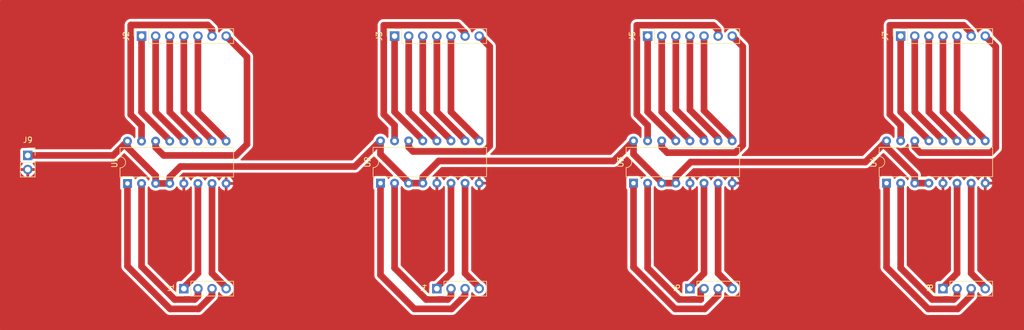
<source format=kicad_pcb>
(kicad_pcb (version 20240108) (generator "pcbnew") (generator_version "8.0")
  (layers (0 "F.Cu" signal) (31 "B.Cu" signal) (34 "B.Paste" user) (35 "F.Paste" user) (36 "B.SilkS" user "B.Silkscreen") (37 "F.SilkS" user "F.Silkscreen") (38 "B.Mask" user) (39 "F.Mask" user) (44 "Edge.Cuts" user))
  (net 0 "")
  (net 1 "Net-(J2-Pin_5)")
  (net 2 "Net-(J1-Pin_3)")
  (net 3 "Net-(J1-Pin_1)")
  (net 4 "Net-(J1-Pin_4)")
  (net 5 "Net-(J2-Pin_6)")
  (net 6 "Net-(J2-Pin_7)")
  (net 7 "Net-(J3-Pin_6)")
  (net 8 "Net-(J1-Pin_2)")
  (net 9 "Net-(J2-Pin_1)")
  (net 10 "Net-(J2-Pin_3)")
  (net 11 "Net-(J2-Pin_4)")
  (net 12 "Net-(J2-Pin_2)")
  (net 13 "VCC")
  (net 14 "Net-(J3-Pin_2)")
  (net 15 "Net-(J3-Pin_3)")
  (net 16 "Net-(J3-Pin_7)")
  (net 17 "Net-(J3-Pin_5)")
  (net 18 "Net-(J3-Pin_4)")
  (net 19 "Net-(J3-Pin_1)")
  (net 20 "Net-(J4-Pin_1)")
  (net 21 "Net-(J4-Pin_3)")
  (net 22 "Net-(J4-Pin_2)")
  (net 23 "Net-(J4-Pin_4)")
  (net 24 "Net-(J5-Pin_3)")
  (net 25 "Net-(J5-Pin_6)")
  (net 26 "Net-(J5-Pin_7)")
  (net 27 "Net-(J5-Pin_1)")
  (net 28 "Net-(J5-Pin_2)")
  (net 29 "Net-(J5-Pin_4)")
  (net 30 "Net-(J5-Pin_5)")
  (net 31 "Net-(J6-Pin_3)")
  (net 32 "Net-(J6-Pin_1)")
  (net 33 "Net-(J6-Pin_4)")
  (net 34 "Net-(J6-Pin_2)")
  (net 35 "Net-(J7-Pin_6)")
  (net 36 "Net-(J7-Pin_1)")
  (net 37 "Net-(J7-Pin_4)")
  (net 38 "Net-(J7-Pin_2)")
  (net 39 "Net-(J7-Pin_7)")
  (net 40 "Net-(J7-Pin_3)")
  (net 41 "Net-(J7-Pin_5)")
  (net 42 "Net-(J8-Pin_1)")
  (net 43 "Net-(J8-Pin_4)")
  (net 44 "Net-(J8-Pin_2)")
  (net 45 "Net-(J8-Pin_3)")
  (net 46 "GND")
  (footprint "Connector_PinHeader_2.54mm:PinHeader_1x04_P2.54mm_Vertical" (layer "F.Cu") (at 183.293332 90.5 90)
    (property "Reference" "J6" (at 0 -2.33 90) (layer "F.SilkS"))
    (property "Value" "Conn_01x04")
    (fp_line (start -1.33 -1.33) (end 0 -1.33) (stroke (width 0.12)) (layer "F.SilkS"))
    (fp_line (start -1.33 0) (end -1.33 -1.33) (stroke (width 0.12)) (layer "F.SilkS"))
    (fp_line (start 1.33 1.27) (end 1.33 8.95) (stroke (width 0.12)) (layer "F.SilkS"))
    (fp_line (start -1.33 1.27) (end 1.33 1.27) (stroke (width 0.12)) (layer "F.SilkS"))
    (fp_line (start -1.33 1.27) (end -1.33 8.95) (stroke (width 0.12)) (layer "F.SilkS"))
    (fp_line (start -1.33 8.95) (end 1.33 8.95) (stroke (width 0.12)) (layer "F.SilkS"))
    (pad "1" thru_hole rect (at 0 0 90) (size 1.7 1.7) (drill 1) (layers "*.Cu" "*.Mask") (net 32 "Net-(J6-Pin_1)"))
    (pad "2" thru_hole oval (at 0 2.54 90) (size 1.7 1.7) (drill 1) (layers "*.Cu" "*.Mask") (net 34 "Net-(J6-Pin_2)"))
    (pad "3" thru_hole oval (at 0 5.08 90) (size 1.7 1.7) (drill 1) (layers "*.Cu" "*.Mask") (net 31 "Net-(J6-Pin_3)"))
    (pad "4" thru_hole oval (at 0 7.62 90) (size 1.7 1.7) (drill 1) (layers "*.Cu" "*.Mask") (net 33 "Net-(J6-Pin_4)"))
  )
  (footprint "Connector_PinSocket_2.54mm:PinSocket_1x07_P2.54mm_Vertical" (layer "F.Cu") (at 84.5 45 90)
    (property "Reference" "J2" (at 0 -2.77 90) (layer "F.SilkS"))
    (property "Value" "Conn_01x07")
    (fp_line (start 1.33 -1.33) (end 1.33 0) (stroke (width 0.12)) (layer "F.SilkS"))
    (fp_line (start 0 -1.33) (end 1.33 -1.33) (stroke (width 0.12)) (layer "F.SilkS"))
    (fp_line (start 1.33 1.27) (end 1.33 16.57) (stroke (width 0.12)) (layer "F.SilkS"))
    (fp_line (start -1.33 1.27) (end 1.33 1.27) (stroke (width 0.12)) (layer "F.SilkS"))
    (fp_line (start -1.33 1.27) (end -1.33 16.57) (stroke (width 0.12)) (layer "F.SilkS"))
    (fp_line (start -1.33 16.57) (end 1.33 16.57) (stroke (width 0.12)) (layer "F.SilkS"))
    (pad "1" thru_hole rect (at 0 0 90) (size 1.7 1.7) (drill 1) (layers "*.Cu" "*.Mask") (net 9 "Net-(J2-Pin_1)"))
    (pad "2" thru_hole oval (at 0 2.54 90) (size 1.7 1.7) (drill 1) (layers "*.Cu" "*.Mask") (net 12 "Net-(J2-Pin_2)"))
    (pad "3" thru_hole oval (at 0 5.08 90) (size 1.7 1.7) (drill 1) (layers "*.Cu" "*.Mask") (net 10 "Net-(J2-Pin_3)"))
    (pad "4" thru_hole oval (at 0 7.62 90) (size 1.7 1.7) (drill 1) (layers "*.Cu" "*.Mask") (net 11 "Net-(J2-Pin_4)"))
    (pad "5" thru_hole oval (at 0 10.16 90) (size 1.7 1.7) (drill 1) (layers "*.Cu" "*.Mask") (net 1 "Net-(J2-Pin_5)"))
    (pad "6" thru_hole oval (at 0 12.7 90) (size 1.7 1.7) (drill 1) (layers "*.Cu" "*.Mask") (net 5 "Net-(J2-Pin_6)"))
    (pad "7" thru_hole oval (at 0 15.24 90) (size 1.7 1.7) (drill 1) (layers "*.Cu" "*.Mask") (net 6 "Net-(J2-Pin_7)"))
  )
  (footprint "Package_DIP:DIP-16_W7.62mm" (layer "F.Cu") (at 218.72 71.5 90)
    (property "Reference" "U4" (at 3.81 -2.33 90) (layer "F.SilkS"))
    (property "Value" "4511")
    (fp_line (start 6.46 -1.33) (end 4.81 -1.33) (stroke (width 0.12)) (layer "F.SilkS"))
    (fp_line (start 2.81 -1.33) (end 1.16 -1.33) (stroke (width 0.12)) (layer "F.SilkS"))
    (fp_line (start 1.16 -1.33) (end 1.16 19.11) (stroke (width 0.12)) (layer "F.SilkS"))
    (fp_line (start 6.46 19.11) (end 6.46 -1.33) (stroke (width 0.12)) (layer "F.SilkS"))
    (fp_line (start 1.16 19.11) (end 6.46 19.11) (stroke (width 0.12)) (layer "F.SilkS"))
    (fp_arc (start 4.81 -1.33) (mid 3.81 -0.33) (end 2.81 -1.33) (stroke (width 0.12)) (layer "F.SilkS"))
    (pad "1" thru_hole rect (at 0 0 90) (size 1.6 1.6) (drill 0.8) (layers "*.Cu" "*.Mask") (net 45 "Net-(J8-Pin_3)"))
    (pad "2" thru_hole oval (at 0 2.54 90) (size 1.6 1.6) (drill 0.8) (layers "*.Cu" "*.Mask") (net 44 "Net-(J8-Pin_2)"))
    (pad "3" thru_hole oval (at 0 5.08 90) (size 1.6 1.6) (drill 0.8) (layers "*.Cu" "*.Mask") (net 13 "VCC"))
    (pad "4" thru_hole oval (at 0 7.62 90) (size 1.6 1.6) (drill 0.8) (layers "*.Cu" "*.Mask") (net 13 "VCC"))
    (pad "5" thru_hole oval (at 0 10.16 90) (size 1.6 1.6) (drill 0.8) (layers "*.Cu" "*.Mask") (net 46 "GND"))
    (pad "6" thru_hole oval (at 0 12.7 90) (size 1.6 1.6) (drill 0.8) (layers "*.Cu" "*.Mask") (net 42 "Net-(J8-Pin_1)"))
    (pad "7" thru_hole oval (at 0 15.24 90) (size 1.6 1.6) (drill 0.8) (layers "*.Cu" "*.Mask") (net 43 "Net-(J8-Pin_4)"))
    (pad "8" thru_hole oval (at 0 17.78 90) (size 1.6 1.6) (drill 0.8) (layers "*.Cu" "*.Mask") (net 46 "GND"))
    (pad "9" thru_hole oval (at 7.62 17.78 90) (size 1.6 1.6) (drill 0.8) (layers "*.Cu" "*.Mask") (net 41 "Net-(J7-Pin_5)"))
    (pad "10" thru_hole oval (at 7.62 15.24 90) (size 1.6 1.6) (drill 0.8) (layers "*.Cu" "*.Mask") (net 37 "Net-(J7-Pin_4)"))
    (pad "11" thru_hole oval (at 7.62 12.7 90) (size 1.6 1.6) (drill 0.8) (layers "*.Cu" "*.Mask") (net 40 "Net-(J7-Pin_3)"))
    (pad "12" thru_hole oval (at 7.62 10.16 90) (size 1.6 1.6) (drill 0.8) (layers "*.Cu" "*.Mask") (net 38 "Net-(J7-Pin_2)"))
    (pad "13" thru_hole oval (at 7.62 7.62 90) (size 1.6 1.6) (drill 0.8) (layers "*.Cu" "*.Mask") (net 36 "Net-(J7-Pin_1)"))
    (pad "14" thru_hole oval (at 7.62 5.08 90) (size 1.6 1.6) (drill 0.8) (layers "*.Cu" "*.Mask") (net 39 "Net-(J7-Pin_7)"))
    (pad "15" thru_hole oval (at 7.62 2.54 90) (size 1.6 1.6) (drill 0.8) (layers "*.Cu" "*.Mask") (net 35 "Net-(J7-Pin_6)"))
    (pad "16" thru_hole oval (at 7.62 0 90) (size 1.6 1.6) (drill 0.8) (layers "*.Cu" "*.Mask") (net 13 "VCC"))
  )
  (footprint "Connector_PinHeader_2.54mm:PinHeader_1x04_P2.54mm_Vertical" (layer "F.Cu") (at 228.88 90.5 90)
    (property "Reference" "J8" (at 0 -2.33 90) (layer "F.SilkS"))
    (property "Value" "Conn_01x04")
    (fp_line (start -1.33 -1.33) (end 0 -1.33) (stroke (width 0.12)) (layer "F.SilkS"))
    (fp_line (start -1.33 0) (end -1.33 -1.33) (stroke (width 0.12)) (layer "F.SilkS"))
    (fp_line (start 1.33 1.27) (end 1.33 8.95) (stroke (width 0.12)) (layer "F.SilkS"))
    (fp_line (start -1.33 1.27) (end 1.33 1.27) (stroke (width 0.12)) (layer "F.SilkS"))
    (fp_line (start -1.33 1.27) (end -1.33 8.95) (stroke (width 0.12)) (layer "F.SilkS"))
    (fp_line (start -1.33 8.95) (end 1.33 8.95) (stroke (width 0.12)) (layer "F.SilkS"))
    (pad "1" thru_hole rect (at 0 0 90) (size 1.7 1.7) (drill 1) (layers "*.Cu" "*.Mask") (net 42 "Net-(J8-Pin_1)"))
    (pad "2" thru_hole oval (at 0 2.54 90) (size 1.7 1.7) (drill 1) (layers "*.Cu" "*.Mask") (net 44 "Net-(J8-Pin_2)"))
    (pad "3" thru_hole oval (at 0 5.08 90) (size 1.7 1.7) (drill 1) (layers "*.Cu" "*.Mask") (net 45 "Net-(J8-Pin_3)"))
    (pad "4" thru_hole oval (at 0 7.62 90) (size 1.7 1.7) (drill 1) (layers "*.Cu" "*.Mask") (net 43 "Net-(J8-Pin_4)"))
  )
  (footprint "Connector_PinHeader_2.54mm:PinHeader_1x04_P2.54mm_Vertical" (layer "F.Cu") (at 92.12 90.5 90)
    (property "Reference" "J1" (at 0 -2.33 90) (layer "F.SilkS"))
    (property "Value" "Conn_01x04")
    (fp_line (start -1.33 -1.33) (end 0 -1.33) (stroke (width 0.12)) (layer "F.SilkS"))
    (fp_line (start -1.33 0) (end -1.33 -1.33) (stroke (width 0.12)) (layer "F.SilkS"))
    (fp_line (start 1.33 1.27) (end 1.33 8.95) (stroke (width 0.12)) (layer "F.SilkS"))
    (fp_line (start -1.33 1.27) (end 1.33 1.27) (stroke (width 0.12)) (layer "F.SilkS"))
    (fp_line (start -1.33 1.27) (end -1.33 8.95) (stroke (width 0.12)) (layer "F.SilkS"))
    (fp_line (start -1.33 8.95) (end 1.33 8.95) (stroke (width 0.12)) (layer "F.SilkS"))
    (pad "1" thru_hole rect (at 0 0 90) (size 1.7 1.7) (drill 1) (layers "*.Cu" "*.Mask") (net 3 "Net-(J1-Pin_1)"))
    (pad "2" thru_hole oval (at 0 2.54 90) (size 1.7 1.7) (drill 1) (layers "*.Cu" "*.Mask") (net 8 "Net-(J1-Pin_2)"))
    (pad "3" thru_hole oval (at 0 5.08 90) (size 1.7 1.7) (drill 1) (layers "*.Cu" "*.Mask") (net 2 "Net-(J1-Pin_3)"))
    (pad "4" thru_hole oval (at 0 7.62 90) (size 1.7 1.7) (drill 1) (layers "*.Cu" "*.Mask") (net 4 "Net-(J1-Pin_4)"))
  )
  (footprint "Package_DIP:DIP-16_W7.62mm" (layer "F.Cu") (at 81.96 71.55 90)
    (property "Reference" "U1" (at 3.81 -2.33 90) (layer "F.SilkS"))
    (property "Value" "4511")
    (fp_line (start 6.46 -1.33) (end 4.81 -1.33) (stroke (width 0.12)) (layer "F.SilkS"))
    (fp_line (start 2.81 -1.33) (end 1.16 -1.33) (stroke (width 0.12)) (layer "F.SilkS"))
    (fp_line (start 1.16 -1.33) (end 1.16 19.11) (stroke (width 0.12)) (layer "F.SilkS"))
    (fp_line (start 6.46 19.11) (end 6.46 -1.33) (stroke (width 0.12)) (layer "F.SilkS"))
    (fp_line (start 1.16 19.11) (end 6.46 19.11) (stroke (width 0.12)) (layer "F.SilkS"))
    (fp_arc (start 4.81 -1.33) (mid 3.81 -0.33) (end 2.81 -1.33) (stroke (width 0.12)) (layer "F.SilkS"))
    (pad "1" thru_hole rect (at 0 0 90) (size 1.6 1.6) (drill 0.8) (layers "*.Cu" "*.Mask") (net 2 "Net-(J1-Pin_3)"))
    (pad "2" thru_hole oval (at 0 2.54 90) (size 1.6 1.6) (drill 0.8) (layers "*.Cu" "*.Mask") (net 8 "Net-(J1-Pin_2)"))
    (pad "3" thru_hole oval (at 0 5.08 90) (size 1.6 1.6) (drill 0.8) (layers "*.Cu" "*.Mask") (net 13 "VCC"))
    (pad "4" thru_hole oval (at 0 7.62 90) (size 1.6 1.6) (drill 0.8) (layers "*.Cu" "*.Mask") (net 13 "VCC"))
    (pad "5" thru_hole oval (at 0 10.16 90) (size 1.6 1.6) (drill 0.8) (layers "*.Cu" "*.Mask") (net 46 "GND"))
    (pad "6" thru_hole oval (at 0 12.7 90) (size 1.6 1.6) (drill 0.8) (layers "*.Cu" "*.Mask") (net 3 "Net-(J1-Pin_1)"))
    (pad "7" thru_hole oval (at 0 15.24 90) (size 1.6 1.6) (drill 0.8) (layers "*.Cu" "*.Mask") (net 4 "Net-(J1-Pin_4)"))
    (pad "8" thru_hole oval (at 0 17.78 90) (size 1.6 1.6) (drill 0.8) (layers "*.Cu" "*.Mask") (net 46 "GND"))
    (pad "9" thru_hole oval (at 7.62 17.78 90) (size 1.6 1.6) (drill 0.8) (layers "*.Cu" "*.Mask") (net 1 "Net-(J2-Pin_5)"))
    (pad "10" thru_hole oval (at 7.62 15.24 90) (size 1.6 1.6) (drill 0.8) (layers "*.Cu" "*.Mask") (net 11 "Net-(J2-Pin_4)"))
    (pad "11" thru_hole oval (at 7.62 12.7 90) (size 1.6 1.6) (drill 0.8) (layers "*.Cu" "*.Mask") (net 10 "Net-(J2-Pin_3)"))
    (pad "12" thru_hole oval (at 7.62 10.16 90) (size 1.6 1.6) (drill 0.8) (layers "*.Cu" "*.Mask") (net 12 "Net-(J2-Pin_2)"))
    (pad "13" thru_hole oval (at 7.62 7.62 90) (size 1.6 1.6) (drill 0.8) (layers "*.Cu" "*.Mask") (net 9 "Net-(J2-Pin_1)"))
    (pad "14" thru_hole oval (at 7.62 5.08 90) (size 1.6 1.6) (drill 0.8) (layers "*.Cu" "*.Mask") (net 6 "Net-(J2-Pin_7)"))
    (pad "15" thru_hole oval (at 7.62 2.54 90) (size 1.6 1.6) (drill 0.8) (layers "*.Cu" "*.Mask") (net 5 "Net-(J2-Pin_6)"))
    (pad "16" thru_hole oval (at 7.62 0 90) (size 1.6 1.6) (drill 0.8) (layers "*.Cu" "*.Mask") (net 13 "VCC"))
  )
  (footprint "Connector_PinHeader_2.54mm:PinHeader_1x04_P2.54mm_Vertical" (layer "F.Cu") (at 137.706666 90.5 90)
    (property "Reference" "J4" (at 0 -2.33 90) (layer "F.SilkS"))
    (property "Value" "Conn_01x04")
    (fp_line (start -1.33 -1.33) (end 0 -1.33) (stroke (width 0.12)) (layer "F.SilkS"))
    (fp_line (start -1.33 0) (end -1.33 -1.33) (stroke (width 0.12)) (layer "F.SilkS"))
    (fp_line (start 1.33 1.27) (end 1.33 8.95) (stroke (width 0.12)) (layer "F.SilkS"))
    (fp_line (start -1.33 1.27) (end 1.33 1.27) (stroke (width 0.12)) (layer "F.SilkS"))
    (fp_line (start -1.33 1.27) (end -1.33 8.95) (stroke (width 0.12)) (layer "F.SilkS"))
    (fp_line (start -1.33 8.95) (end 1.33 8.95) (stroke (width 0.12)) (layer "F.SilkS"))
    (pad "1" thru_hole rect (at 0 0 90) (size 1.7 1.7) (drill 1) (layers "*.Cu" "*.Mask") (net 20 "Net-(J4-Pin_1)"))
    (pad "2" thru_hole oval (at 0 2.54 90) (size 1.7 1.7) (drill 1) (layers "*.Cu" "*.Mask") (net 22 "Net-(J4-Pin_2)"))
    (pad "3" thru_hole oval (at 0 5.08 90) (size 1.7 1.7) (drill 1) (layers "*.Cu" "*.Mask") (net 21 "Net-(J4-Pin_3)"))
    (pad "4" thru_hole oval (at 0 7.62 90) (size 1.7 1.7) (drill 1) (layers "*.Cu" "*.Mask") (net 23 "Net-(J4-Pin_4)"))
  )
  (footprint "Connector_PinSocket_2.54mm:PinSocket_1x02_P2.54mm_Vertical" (layer "F.Cu") (at 64 66.499999)
    (property "Reference" "J9" (at 0 -2.77 0) (layer "F.SilkS"))
    (property "Value" "Conn_01x02")
    (fp_line (start -1.33 1.27) (end -1.33 3.87) (stroke (width 0.12)) (layer "F.SilkS"))
    (fp_line (start -1.33 1.27) (end 1.33 1.27) (stroke (width 0.12)) (layer "F.SilkS"))
    (fp_line (start -1.33 3.87) (end 1.33 3.87) (stroke (width 0.12)) (layer "F.SilkS"))
    (fp_line (start 0 -1.33) (end 1.33 -1.33) (stroke (width 0.12)) (layer "F.SilkS"))
    (fp_line (start 1.33 -1.33) (end 1.33 0) (stroke (width 0.12)) (layer "F.SilkS"))
    (fp_line (start 1.33 1.27) (end 1.33 3.87) (stroke (width 0.12)) (layer "F.SilkS"))
    (pad "1" thru_hole rect (at 0 0) (size 1.7 1.7) (drill 1) (layers "*.Cu" "*.Mask") (net 13 "VCC"))
    (pad "2" thru_hole oval (at 0 2.54) (size 1.7 1.7) (drill 1) (layers "*.Cu" "*.Mask") (net 46 "GND"))
  )
  (footprint "Package_DIP:DIP-16_W7.62mm" (layer "F.Cu") (at 173.133332 71.5 90)
    (property "Reference" "U3" (at 3.81 -2.33 90) (layer "F.SilkS"))
    (property "Value" "4511")
    (fp_line (start 6.46 -1.33) (end 4.81 -1.33) (stroke (width 0.12)) (layer "F.SilkS"))
    (fp_line (start 2.81 -1.33) (end 1.16 -1.33) (stroke (width 0.12)) (layer "F.SilkS"))
    (fp_line (start 1.16 -1.33) (end 1.16 19.11) (stroke (width 0.12)) (layer "F.SilkS"))
    (fp_line (start 6.46 19.11) (end 6.46 -1.33) (stroke (width 0.12)) (layer "F.SilkS"))
    (fp_line (start 1.16 19.11) (end 6.46 19.11) (stroke (width 0.12)) (layer "F.SilkS"))
    (fp_arc (start 4.81 -1.33) (mid 3.81 -0.33) (end 2.81 -1.33) (stroke (width 0.12)) (layer "F.SilkS"))
    (pad "1" thru_hole rect (at 0 0 90) (size 1.6 1.6) (drill 0.8) (layers "*.Cu" "*.Mask") (net 31 "Net-(J6-Pin_3)"))
    (pad "2" thru_hole oval (at 0 2.54 90) (size 1.6 1.6) (drill 0.8) (layers "*.Cu" "*.Mask") (net 34 "Net-(J6-Pin_2)"))
    (pad "3" thru_hole oval (at 0 5.08 90) (size 1.6 1.6) (drill 0.8) (layers "*.Cu" "*.Mask") (net 13 "VCC"))
    (pad "4" thru_hole oval (at 0 7.62 90) (size 1.6 1.6) (drill 0.8) (layers "*.Cu" "*.Mask") (net 13 "VCC"))
    (pad "5" thru_hole oval (at 0 10.16 90) (size 1.6 1.6) (drill 0.8) (layers "*.Cu" "*.Mask") (net 46 "GND"))
    (pad "6" thru_hole oval (at 0 12.7 90) (size 1.6 1.6) (drill 0.8) (layers "*.Cu" "*.Mask") (net 32 "Net-(J6-Pin_1)"))
    (pad "7" thru_hole oval (at 0 15.24 90) (size 1.6 1.6) (drill 0.8) (layers "*.Cu" "*.Mask") (net 33 "Net-(J6-Pin_4)"))
    (pad "8" thru_hole oval (at 0 17.78 90) (size 1.6 1.6) (drill 0.8) (layers "*.Cu" "*.Mask") (net 46 "GND"))
    (pad "9" thru_hole oval (at 7.62 17.78 90) (size 1.6 1.6) (drill 0.8) (layers "*.Cu" "*.Mask") (net 30 "Net-(J5-Pin_5)"))
    (pad "10" thru_hole oval (at 7.62 15.24 90) (size 1.6 1.6) (drill 0.8) (layers "*.Cu" "*.Mask") (net 29 "Net-(J5-Pin_4)"))
    (pad "11" thru_hole oval (at 7.62 12.7 90) (size 1.6 1.6) (drill 0.8) (layers "*.Cu" "*.Mask") (net 24 "Net-(J5-Pin_3)"))
    (pad "12" thru_hole oval (at 7.62 10.16 90) (size 1.6 1.6) (drill 0.8) (layers "*.Cu" "*.Mask") (net 28 "Net-(J5-Pin_2)"))
    (pad "13" thru_hole oval (at 7.62 7.62 90) (size 1.6 1.6) (drill 0.8) (layers "*.Cu" "*.Mask") (net 27 "Net-(J5-Pin_1)"))
    (pad "14" thru_hole oval (at 7.62 5.08 90) (size 1.6 1.6) (drill 0.8) (layers "*.Cu" "*.Mask") (net 26 "Net-(J5-Pin_7)"))
    (pad "15" thru_hole oval (at 7.62 2.54 90) (size 1.6 1.6) (drill 0.8) (layers "*.Cu" "*.Mask") (net 25 "Net-(J5-Pin_6)"))
    (pad "16" thru_hole oval (at 7.62 0 90) (size 1.6 1.6) (drill 0.8) (layers "*.Cu" "*.Mask") (net 13 "VCC"))
  )
  (footprint "Package_DIP:DIP-16_W7.62mm" (layer "F.Cu") (at 127.546666 71.5 90)
    (property "Reference" "U2" (at 3.81 -2.33 90) (layer "F.SilkS"))
    (property "Value" "4511")
    (fp_line (start 6.46 -1.33) (end 4.81 -1.33) (stroke (width 0.12)) (layer "F.SilkS"))
    (fp_line (start 2.81 -1.33) (end 1.16 -1.33) (stroke (width 0.12)) (layer "F.SilkS"))
    (fp_line (start 1.16 -1.33) (end 1.16 19.11) (stroke (width 0.12)) (layer "F.SilkS"))
    (fp_line (start 6.46 19.11) (end 6.46 -1.33) (stroke (width 0.12)) (layer "F.SilkS"))
    (fp_line (start 1.16 19.11) (end 6.46 19.11) (stroke (width 0.12)) (layer "F.SilkS"))
    (fp_arc (start 4.81 -1.33) (mid 3.81 -0.33) (end 2.81 -1.33) (stroke (width 0.12)) (layer "F.SilkS"))
    (pad "1" thru_hole rect (at 0 0 90) (size 1.6 1.6) (drill 0.8) (layers "*.Cu" "*.Mask") (net 21 "Net-(J4-Pin_3)"))
    (pad "2" thru_hole oval (at 0 2.54 90) (size 1.6 1.6) (drill 0.8) (layers "*.Cu" "*.Mask") (net 22 "Net-(J4-Pin_2)"))
    (pad "3" thru_hole oval (at 0 5.08 90) (size 1.6 1.6) (drill 0.8) (layers "*.Cu" "*.Mask") (net 13 "VCC"))
    (pad "4" thru_hole oval (at 0 7.62 90) (size 1.6 1.6) (drill 0.8) (layers "*.Cu" "*.Mask") (net 13 "VCC"))
    (pad "5" thru_hole oval (at 0 10.16 90) (size 1.6 1.6) (drill 0.8) (layers "*.Cu" "*.Mask") (net 46 "GND"))
    (pad "6" thru_hole oval (at 0 12.7 90) (size 1.6 1.6) (drill 0.8) (layers "*.Cu" "*.Mask") (net 20 "Net-(J4-Pin_1)"))
    (pad "7" thru_hole oval (at 0 15.24 90) (size 1.6 1.6) (drill 0.8) (layers "*.Cu" "*.Mask") (net 23 "Net-(J4-Pin_4)"))
    (pad "8" thru_hole oval (at 0 17.78 90) (size 1.6 1.6) (drill 0.8) (layers "*.Cu" "*.Mask") (net 46 "GND"))
    (pad "9" thru_hole oval (at 7.62 17.78 90) (size 1.6 1.6) (drill 0.8) (layers "*.Cu" "*.Mask") (net 17 "Net-(J3-Pin_5)"))
    (pad "10" thru_hole oval (at 7.62 15.24 90) (size 1.6 1.6) (drill 0.8) (layers "*.Cu" "*.Mask") (net 18 "Net-(J3-Pin_4)"))
    (pad "11" thru_hole oval (at 7.62 12.7 90) (size 1.6 1.6) (drill 0.8) (layers "*.Cu" "*.Mask") (net 15 "Net-(J3-Pin_3)"))
    (pad "12" thru_hole oval (at 7.62 10.16 90) (size 1.6 1.6) (drill 0.8) (layers "*.Cu" "*.Mask") (net 14 "Net-(J3-Pin_2)"))
    (pad "13" thru_hole oval (at 7.62 7.62 90) (size 1.6 1.6) (drill 0.8) (layers "*.Cu" "*.Mask") (net 19 "Net-(J3-Pin_1)"))
    (pad "14" thru_hole oval (at 7.62 5.08 90) (size 1.6 1.6) (drill 0.8) (layers "*.Cu" "*.Mask") (net 16 "Net-(J3-Pin_7)"))
    (pad "15" thru_hole oval (at 7.62 2.54 90) (size 1.6 1.6) (drill 0.8) (layers "*.Cu" "*.Mask") (net 7 "Net-(J3-Pin_6)"))
    (pad "16" thru_hole oval (at 7.62 0 90) (size 1.6 1.6) (drill 0.8) (layers "*.Cu" "*.Mask") (net 13 "VCC"))
  )
  (footprint "Connector_PinSocket_2.54mm:PinSocket_1x07_P2.54mm_Vertical" (layer "F.Cu") (at 221.26 45 90)
    (property "Reference" "J7" (at 0 -2.77 90) (layer "F.SilkS"))
    (property "Value" "Conn_01x07")
    (fp_line (start 1.33 -1.33) (end 1.33 0) (stroke (width 0.12)) (layer "F.SilkS"))
    (fp_line (start 0 -1.33) (end 1.33 -1.33) (stroke (width 0.12)) (layer "F.SilkS"))
    (fp_line (start 1.33 1.27) (end 1.33 16.57) (stroke (width 0.12)) (layer "F.SilkS"))
    (fp_line (start -1.33 1.27) (end 1.33 1.27) (stroke (width 0.12)) (layer "F.SilkS"))
    (fp_line (start -1.33 1.27) (end -1.33 16.57) (stroke (width 0.12)) (layer "F.SilkS"))
    (fp_line (start -1.33 16.57) (end 1.33 16.57) (stroke (width 0.12)) (layer "F.SilkS"))
    (pad "1" thru_hole rect (at 0 0 90) (size 1.7 1.7) (drill 1) (layers "*.Cu" "*.Mask") (net 36 "Net-(J7-Pin_1)"))
    (pad "2" thru_hole oval (at 0 2.54 90) (size 1.7 1.7) (drill 1) (layers "*.Cu" "*.Mask") (net 38 "Net-(J7-Pin_2)"))
    (pad "3" thru_hole oval (at 0 5.08 90) (size 1.7 1.7) (drill 1) (layers "*.Cu" "*.Mask") (net 40 "Net-(J7-Pin_3)"))
    (pad "4" thru_hole oval (at 0 7.62 90) (size 1.7 1.7) (drill 1) (layers "*.Cu" "*.Mask") (net 37 "Net-(J7-Pin_4)"))
    (pad "5" thru_hole oval (at 0 10.16 90) (size 1.7 1.7) (drill 1) (layers "*.Cu" "*.Mask") (net 41 "Net-(J7-Pin_5)"))
    (pad "6" thru_hole oval (at 0 12.7 90) (size 1.7 1.7) (drill 1) (layers "*.Cu" "*.Mask") (net 35 "Net-(J7-Pin_6)"))
    (pad "7" thru_hole oval (at 0 15.24 90) (size 1.7 1.7) (drill 1) (layers "*.Cu" "*.Mask") (net 39 "Net-(J7-Pin_7)"))
  )
  (footprint "Connector_PinSocket_2.54mm:PinSocket_1x07_P2.54mm_Vertical" (layer "F.Cu") (at 175.673332 45 90)
    (property "Reference" "J5" (at 0 -2.77 90) (layer "F.SilkS"))
    (property "Value" "Conn_01x07")
    (fp_line (start 1.33 -1.33) (end 1.33 0) (stroke (width 0.12)) (layer "F.SilkS"))
    (fp_line (start 0 -1.33) (end 1.33 -1.33) (stroke (width 0.12)) (layer "F.SilkS"))
    (fp_line (start 1.33 1.27) (end 1.33 16.57) (stroke (width 0.12)) (layer "F.SilkS"))
    (fp_line (start -1.33 1.27) (end 1.33 1.27) (stroke (width 0.12)) (layer "F.SilkS"))
    (fp_line (start -1.33 1.27) (end -1.33 16.57) (stroke (width 0.12)) (layer "F.SilkS"))
    (fp_line (start -1.33 16.57) (end 1.33 16.57) (stroke (width 0.12)) (layer "F.SilkS"))
    (pad "1" thru_hole rect (at 0 0 90) (size 1.7 1.7) (drill 1) (layers "*.Cu" "*.Mask") (net 27 "Net-(J5-Pin_1)"))
    (pad "2" thru_hole oval (at 0 2.54 90) (size 1.7 1.7) (drill 1) (layers "*.Cu" "*.Mask") (net 28 "Net-(J5-Pin_2)"))
    (pad "3" thru_hole oval (at 0 5.08 90) (size 1.7 1.7) (drill 1) (layers "*.Cu" "*.Mask") (net 24 "Net-(J5-Pin_3)"))
    (pad "4" thru_hole oval (at 0 7.62 90) (size 1.7 1.7) (drill 1) (layers "*.Cu" "*.Mask") (net 29 "Net-(J5-Pin_4)"))
    (pad "5" thru_hole oval (at 0 10.16 90) (size 1.7 1.7) (drill 1) (layers "*.Cu" "*.Mask") (net 30 "Net-(J5-Pin_5)"))
    (pad "6" thru_hole oval (at 0 12.7 90) (size 1.7 1.7) (drill 1) (layers "*.Cu" "*.Mask") (net 25 "Net-(J5-Pin_6)"))
    (pad "7" thru_hole oval (at 0 15.24 90) (size 1.7 1.7) (drill 1) (layers "*.Cu" "*.Mask") (net 26 "Net-(J5-Pin_7)"))
  )
  (footprint "Connector_PinSocket_2.54mm:PinSocket_1x07_P2.54mm_Vertical" (layer "F.Cu") (at 130.086666 45 90)
    (property "Reference" "J3" (at 0 -2.77 90) (layer "F.SilkS"))
    (property "Value" "Conn_01x07")
    (fp_line (start 1.33 -1.33) (end 1.33 0) (stroke (width 0.12)) (layer "F.SilkS"))
    (fp_line (start 0 -1.33) (end 1.33 -1.33) (stroke (width 0.12)) (layer "F.SilkS"))
    (fp_line (start 1.33 1.27) (end 1.33 16.57) (stroke (width 0.12)) (layer "F.SilkS"))
    (fp_line (start -1.33 1.27) (end 1.33 1.27) (stroke (width 0.12)) (layer "F.SilkS"))
    (fp_line (start -1.33 1.27) (end -1.33 16.57) (stroke (width 0.12)) (layer "F.SilkS"))
    (fp_line (start -1.33 16.57) (end 1.33 16.57) (stroke (width 0.12)) (layer "F.SilkS"))
    (pad "1" thru_hole rect (at 0 0 90) (size 1.7 1.7) (drill 1) (layers "*.Cu" "*.Mask") (net 19 "Net-(J3-Pin_1)"))
    (pad "2" thru_hole oval (at 0 2.54 90) (size 1.7 1.7) (drill 1) (layers "*.Cu" "*.Mask") (net 14 "Net-(J3-Pin_2)"))
    (pad "3" thru_hole oval (at 0 5.08 90) (size 1.7 1.7) (drill 1) (layers "*.Cu" "*.Mask") (net 15 "Net-(J3-Pin_3)"))
    (pad "4" thru_hole oval (at 0 7.62 90) (size 1.7 1.7) (drill 1) (layers "*.Cu" "*.Mask") (net 18 "Net-(J3-Pin_4)"))
    (pad "5" thru_hole oval (at 0 10.16 90) (size 1.7 1.7) (drill 1) (layers "*.Cu" "*.Mask") (net 17 "Net-(J3-Pin_5)"))
    (pad "6" thru_hole oval (at 0 12.7 90) (size 1.7 1.7) (drill 1) (layers "*.Cu" "*.Mask") (net 7 "Net-(J3-Pin_6)"))
    (pad "7" thru_hole oval (at 0 15.24 90) (size 1.7 1.7) (drill 1) (layers "*.Cu" "*.Mask") (net 16 "Net-(J3-Pin_7)"))
  )
  (segment (start 94.66 45) (end 94.66 58.702994) (width 1.2) (layer "F.Cu") (net 1))
  (segment (start 94.66 58.702994) (end 99.74 63.782994) (width 1.2) (layer "F.Cu") (net 1))
  (segment (start 99.74 63.782994) (end 99.74 63.93) (width 1.2) (layer "F.Cu") (net 1))
  (segment (start 94.774164 94.15) (end 89.65 94.15) (width 1.2) (layer "F.Cu") (net 2))
  (segment (start 97.2 91.724164) (end 94.774164 94.15) (width 1.2) (layer "F.Cu") (net 2))
  (segment (start 89.65 94.15) (end 81.96 86.46) (width 1.2) (layer "F.Cu") (net 2))
  (segment (start 81.96 86.46) (end 81.96 71.55) (width 1.2) (layer "F.Cu") (net 2))
  (segment (start 97.2 90.5) (end 97.2 91.724164) (width 1.2) (layer "F.Cu") (net 2))
  (segment (start 92.12 90.282283) (end 92.12 90.5) (width 1.2) (layer "F.Cu") (net 3))
  (segment (start 94.66 71.55) (end 94.66 87.742283) (width 1.2) (layer "F.Cu") (net 3))
  (segment (start 94.66 87.742283) (end 92.12 90.282283) (width 1.2) (layer "F.Cu") (net 3))
  (segment (start 97.2 87.742283) (end 99.74 90.282283) (width 1.2) (layer "F.Cu") (net 4))
  (segment (start 97.2 71.55) (end 97.2 87.742283) (width 1.2) (layer "F.Cu") (net 4))
  (segment (start 99.74 90.282283) (end 99.74 90.5) (width 1.2) (layer "F.Cu") (net 4))
  (segment (start 82.55 43.05) (end 82.6 43) (width 1.2) (layer "F.Cu") (net 5))
  (segment (start 84.5 63.93) (end 84.5 61.107158) (width 1.2) (layer "F.Cu") (net 5))
  (segment (start 84.5 61.107158) (end 82.55 59.157158) (width 1.2) (layer "F.Cu") (net 5))
  (segment (start 82.6 43) (end 96.402081 43) (width 1.2) (layer "F.Cu") (net 5))
  (segment (start 96.402081 43) (end 97.2 43.797919) (width 1.2) (layer "F.Cu") (net 5))
  (segment (start 97.2 43.797919) (end 97.2 45) (width 1.2) (layer "F.Cu") (net 5))
  (segment (start 82.55 59.157158) (end 82.55 43.05) (width 1.2) (layer "F.Cu") (net 5))
  (segment (start 87.04 65.06137) (end 88.47863 66.5) (width 1.2) (layer "F.Cu") (net 6))
  (segment (start 87.04 63.93) (end 87.04 65.06137) (width 1.2) (layer "F.Cu") (net 6))
  (segment (start 103.5 48.76) (end 99.74 45) (width 1.2) (layer "F.Cu") (net 6))
  (segment (start 101.5 66.5) (end 103.5 64.5) (width 1.2) (layer "F.Cu") (net 6))
  (segment (start 88.47863 66.5) (end 101.5 66.5) (width 1.2) (layer "F.Cu") (net 6))
  (segment (start 103.5 64.5) (end 103.5 48.76) (width 1.2) (layer "F.Cu") (net 6))
  (segment (start 141.426666 43.05) (end 142.786666 44.41) (width 1.2) (layer "F.Cu") (net 7))
  (segment (start 142.786666 44.41) (end 142.786666 45) (width 1.2) (layer "F.Cu") (net 7))
  (segment (start 128.136666 59.107158) (end 128.136666 43.05) (width 1.2) (layer "F.Cu") (net 7))
  (segment (start 130.086666 61.057158) (end 128.136666 59.107158) (width 1.2) (layer "F.Cu") (net 7))
  (segment (start 130.086666 63.88) (end 130.086666 61.057158) (width 1.2) (layer "F.Cu") (net 7))
  (segment (start 128.136666 43.05) (end 141.426666 43.05) (width 1.2) (layer "F.Cu") (net 7))
  (segment (start 94.07 92.45) (end 90.45 92.45) (width 1.2) (layer "F.Cu") (net 8))
  (segment (start 90.45 92.45) (end 84.5 86.5) (width 1.2) (layer "F.Cu") (net 8))
  (segment (start 94.66 90.5) (end 94.66 91.86) (width 1.2) (layer "F.Cu") (net 8))
  (segment (start 94.66 91.86) (end 94.07 92.45) (width 1.2) (layer "F.Cu") (net 8))
  (segment (start 84.5 86.5) (end 84.5 71.55) (width 1.2) (layer "F.Cu") (net 8))
  (segment (start 89.58 63.782994) (end 89.58 63.93) (width 1.2) (layer "F.Cu") (net 9))
  (segment (start 84.5 58.702994) (end 89.58 63.782994) (width 1.2) (layer "F.Cu") (net 9))
  (segment (start 84.5 45) (end 84.5 58.702994) (width 1.2) (layer "F.Cu") (net 9))
  (segment (start 89.58 45) (end 89.58 58.702994) (width 1.2) (layer "F.Cu") (net 10))
  (segment (start 94.66 63.782994) (end 94.66 63.93) (width 1.2) (layer "F.Cu") (net 10))
  (segment (start 89.58 58.702994) (end 94.66 63.782994) (width 1.2) (layer "F.Cu") (net 10))
  (segment (start 92.12 58.702994) (end 97.2 63.782994) (width 1.2) (layer "F.Cu") (net 11))
  (segment (start 97.2 63.782994) (end 97.2 63.93) (width 1.2) (layer "F.Cu") (net 11))
  (segment (start 92.12 45) (end 92.12 58.702994) (width 1.2) (layer "F.Cu") (net 11))
  (segment (start 87.04 45) (end 87.04 58.702994) (width 1.2) (layer "F.Cu") (net 12))
  (segment (start 92.12 63.782994) (end 92.12 63.93) (width 1.2) (layer "F.Cu") (net 12))
  (segment (start 87.04 58.702994) (end 92.12 63.782994) (width 1.2) (layer "F.Cu") (net 12))
  (segment (start 64 66.499999) (end 79.390001 66.499999) (width 1.2) (layer "F.Cu") (net 13))
  (segment (start 223.8 70.09137) (end 223.8 71.5) (width 1.2) (layer "F.Cu") (net 13))
  (segment (start 178.213332 71.352994) (end 178.213332 71.5) (width 1.2) (layer "F.Cu") (net 13))
  (segment (start 122.926666 68.5) (end 127.546666 63.88) (width 1.2) (layer "F.Cu") (net 13))
  (segment (start 173.133332 63.88) (end 173.133332 66.272994) (width 1.2) (layer "F.Cu") (net 13))
  (segment (start 180.753332 71.5) (end 180.753332 70.36863) (width 1.2) (layer "F.Cu") (net 13))
  (segment (start 89.58 71.55) (end 89.58 70.41863) (width 1.2) (layer "F.Cu") (net 13))
  (segment (start 81.96 65.06137) (end 87.04 70.14137) (width 1.2) (layer "F.Cu") (net 13))
  (segment (start 132.626666 71.5) (end 135.166666 71.5) (width 1.2) (layer "F.Cu") (net 13))
  (segment (start 183.421962 67.7) (end 214.9 67.7) (width 1.2) (layer "F.Cu") (net 13))
  (segment (start 127.546666 63.88) (end 127.546666 66.272994) (width 1.2) (layer "F.Cu") (net 13))
  (segment (start 173.133332 66.272994) (end 178.213332 71.352994) (width 1.2) (layer "F.Cu") (net 13))
  (segment (start 89.58 70.41863) (end 91.49863 68.5) (width 1.2) (layer "F.Cu") (net 13))
  (segment (start 87.04 70.14137) (end 87.04 71.55) (width 1.2) (layer "F.Cu") (net 13))
  (segment (start 169.513332 67.5) (end 173.133332 63.88) (width 1.2) (layer "F.Cu") (net 13))
  (segment (start 79.390001 66.499999) (end 81.96 63.93) (width 1.2) (layer "F.Cu") (net 13))
  (segment (start 218.72 65.01137) (end 223.8 70.09137) (width 1.2) (layer "F.Cu") (net 13))
  (segment (start 180.753332 70.36863) (end 183.421962 67.7) (width 1.2) (layer "F.Cu") (net 13))
  (segment (start 132.626666 71.352994) (end 132.626666 71.5) (width 1.2) (layer "F.Cu") (net 13))
  (segment (start 87.04 71.55) (end 89.58 71.55) (width 1.2) (layer "F.Cu") (net 13))
  (segment (start 214.9 67.7) (end 218.72 63.88) (width 1.2) (layer "F.Cu") (net 13))
  (segment (start 178.213332 71.5) (end 180.753332 71.5) (width 1.2) (layer "F.Cu") (net 13))
  (segment (start 138.035296 67.5) (end 169.513332 67.5) (width 1.2) (layer "F.Cu") (net 13))
  (segment (start 223.8 71.5) (end 226.34 71.5) (width 1.2) (layer "F.Cu") (net 13))
  (segment (start 91.49863 68.5) (end 122.926666 68.5) (width 1.2) (layer "F.Cu") (net 13))
  (segment (start 127.546666 66.272994) (end 132.626666 71.352994) (width 1.2) (layer "F.Cu") (net 13))
  (segment (start 135.166666 70.36863) (end 138.035296 67.5) (width 1.2) (layer "F.Cu") (net 13))
  (segment (start 81.96 63.93) (end 81.96 65.06137) (width 1.2) (layer "F.Cu") (net 13))
  (segment (start 218.72 63.88) (end 218.72 65.01137) (width 1.2) (layer "F.Cu") (net 13))
  (segment (start 135.166666 71.5) (end 135.166666 70.36863) (width 1.2) (layer "F.Cu") (net 13))
  (segment (start 132.626666 45) (end 132.626666 58.652994) (width 1.2) (layer "F.Cu") (net 14))
  (segment (start 137.706666 63.732994) (end 137.706666 63.88) (width 1.2) (layer "F.Cu") (net 14))
  (segment (start 132.626666 58.652994) (end 137.706666 63.732994) (width 1.2) (layer "F.Cu") (net 14))
  (segment (start 135.166666 45) (end 135.166666 58.652994) (width 1.2) (layer "F.Cu") (net 15))
  (segment (start 135.166666 58.652994) (end 140.246666 63.732994) (width 1.2) (layer "F.Cu") (net 15))
  (segment (start 140.246666 63.732994) (end 140.246666 63.88) (width 1.2) (layer "F.Cu") (net 15))
  (segment (start 146.22 65.78) (end 147.226666 64.773334) (width 1.2) (layer "F.Cu") (net 16))
  (segment (start 132.626666 63.88) (end 132.626666 65.01137) (width 1.2) (layer "F.Cu") (net 16))
  (segment (start 147.226666 46.9) (end 145.326666 45) (width 1.2) (layer "F.Cu") (net 16))
  (segment (start 133.395296 65.78) (end 146.22 65.78) (width 1.2) (layer "F.Cu") (net 16))
  (segment (start 132.626666 65.01137) (end 133.395296 65.78) (width 1.2) (layer "F.Cu") (net 16))
  (segment (start 147.226666 64.773334) (end 147.226666 46.9) (width 1.2) (layer "F.Cu") (net 16))
  (segment (start 140.246666 58.652994) (end 145.326666 63.732994) (width 1.2) (layer "F.Cu") (net 17))
  (segment (start 145.326666 63.732994) (end 145.326666 63.88) (width 1.2) (layer "F.Cu") (net 17))
  (segment (start 140.246666 45) (end 140.246666 58.652994) (width 1.2) (layer "F.Cu") (net 17))
  (segment (start 137.706666 58.652994) (end 142.786666 63.732994) (width 1.2) (layer "F.Cu") (net 18))
  (segment (start 142.786666 63.732994) (end 142.786666 63.88) (width 1.2) (layer "F.Cu") (net 18))
  (segment (start 137.706666 45) (end 137.706666 58.652994) (width 1.2) (layer "F.Cu") (net 18))
  (segment (start 135.166666 63.732994) (end 135.166666 63.88) (width 1.2) (layer "F.Cu") (net 19))
  (segment (start 130.086666 58.652994) (end 135.166666 63.732994) (width 1.2) (layer "F.Cu") (net 19))
  (segment (start 130.086666 45) (end 130.086666 58.652994) (width 1.2) (layer "F.Cu") (net 19))
  (segment (start 140.246666 87.742283) (end 137.706666 90.282283) (width 1.2) (layer "F.Cu") (net 20))
  (segment (start 140.246666 71.5) (end 140.246666 87.742283) (width 1.2) (layer "F.Cu") (net 20))
  (segment (start 137.706666 90.282283) (end 137.706666 90.5) (width 1.2) (layer "F.Cu") (net 20))
  (segment (start 142.786666 91.724164) (end 140.36083 94.15) (width 1.2) (layer "F.Cu") (net 21))
  (segment (start 127.546666 88.046666) (end 127.546666 71.5) (width 1.2) (layer "F.Cu") (net 21))
  (segment (start 140.36083 94.15) (end 133.65 94.15) (width 1.2) (layer "F.Cu") (net 21))
  (segment (start 142.786666 90.5) (end 142.786666 91.724164) (width 1.2) (layer "F.Cu") (net 21))
  (segment (start 133.65 94.15) (end 127.546666 88.046666) (width 1.2) (layer "F.Cu") (net 21))
  (segment (start 130.086666 86.78) (end 130.086666 71.5) (width 1.2) (layer "F.Cu") (net 22))
  (segment (start 140.246666 91.86) (end 139.656666 92.45) (width 1.2) (layer "F.Cu") (net 22))
  (segment (start 140.246666 90.5) (end 140.246666 91.86) (width 1.2) (layer "F.Cu") (net 22))
  (segment (start 139.656666 92.45) (end 135.756666 92.45) (width 1.2) (layer "F.Cu") (net 22))
  (segment (start 135.756666 92.45) (end 130.086666 86.78) (width 1.2) (layer "F.Cu") (net 22))
  (segment (start 145.326666 90.282283) (end 145.326666 90.5) (width 1.2) (layer "F.Cu") (net 23))
  (segment (start 142.786666 71.5) (end 142.786666 87.742283) (width 1.2) (layer "F.Cu") (net 23))
  (segment (start 142.786666 87.742283) (end 145.326666 90.282283) (width 1.2) (layer "F.Cu") (net 23))
  (segment (start 185.833332 63.333332) (end 185.833332 63.88) (width 1.2) (layer "F.Cu") (net 24))
  (segment (start 180.753332 58.253332) (end 185.833332 63.333332) (width 1.2) (layer "F.Cu") (net 24))
  (segment (start 180.753332 45) (end 180.753332 58.253332) (width 1.2) (layer "F.Cu") (net 24))
  (segment (start 175.673332 63.88) (end 175.673332 61.057158) (width 1.2) (layer "F.Cu") (net 25))
  (segment (start 173.723332 43.05) (end 187.513332 43.05) (width 1.2) (layer "F.Cu") (net 25))
  (segment (start 187.513332 43.05) (end 188.373332 43.91) (width 1.2) (layer "F.Cu") (net 25))
  (segment (start 175.673332 61.057158) (end 173.723332 59.107158) (width 1.2) (layer "F.Cu") (net 25))
  (segment (start 188.373332 43.91) (end 188.373332 45) (width 1.2) (layer "F.Cu") (net 25))
  (segment (start 173.723332 59.107158) (end 173.723332 43.05) (width 1.2) (layer "F.Cu") (net 25))
  (segment (start 179.201962 66) (end 191.480338 66) (width 1.2) (layer "F.Cu") (net 26))
  (segment (start 178.213332 65.01137) (end 179.201962 66) (width 1.2) (layer "F.Cu") (net 26))
  (segment (start 192.813332 46.9) (end 190.913332 45) (width 1.2) (layer "F.Cu") (net 26))
  (segment (start 178.213332 63.88) (end 178.213332 65.01137) (width 1.2) (layer "F.Cu") (net 26))
  (segment (start 192.813332 64.667006) (end 192.813332 46.9) (width 1.2) (layer "F.Cu") (net 26))
  (segment (start 191.480338 66) (end 192.813332 64.667006) (width 1.2) (layer "F.Cu") (net 26))
  (segment (start 175.673332 45) (end 175.673332 58.652994) (width 1.2) (layer "F.Cu") (net 27))
  (segment (start 180.753332 63.732994) (end 180.753332 63.88) (width 1.2) (layer "F.Cu") (net 27))
  (segment (start 175.673332 58.652994) (end 180.753332 63.732994) (width 1.2) (layer "F.Cu") (net 27))
  (segment (start 178.213332 58.652994) (end 183.293332 63.732994) (width 1.2) (layer "F.Cu") (net 28))
  (segment (start 183.293332 63.732994) (end 183.293332 63.88) (width 1.2) (layer "F.Cu") (net 28))
  (segment (start 178.213332 45) (end 178.213332 58.652994) (width 1.2) (layer "F.Cu") (net 28))
  (segment (start 188.373332 63.373332) (end 188.373332 63.88) (width 1.2) (layer "F.Cu") (net 29))
  (segment (start 183.293332 45) (end 183.293332 58.293332) (width 1.2) (layer "F.Cu") (net 29))
  (segment (start 183.293332 58.293332) (end 188.373332 63.373332) (width 1.2) (layer "F.Cu") (net 29))
  (segment (start 185.833332 45) (end 185.833332 58.429168) (width 1.2) (layer "F.Cu") (net 30))
  (segment (start 190.913332 63.509168) (end 190.913332 63.88) (width 1.2) (layer "F.Cu") (net 30))
  (segment (start 185.833332 58.429168) (end 190.913332 63.509168) (width 1.2) (layer "F.Cu") (net 30))
  (segment (start 188.373332 90.5) (end 188.373332 91.724164) (width 1.2) (layer "F.Cu") (net 31))
  (segment (start 185.947496 94.15) (end 180.639168 94.15) (width 1.2) (layer "F.Cu") (net 31))
  (segment (start 180.639168 94.15) (end 173.133332 86.644164) (width 1.2) (layer "F.Cu") (net 31))
  (segment (start 188.373332 91.724164) (end 185.947496 94.15) (width 1.2) (layer "F.Cu") (net 31))
  (segment (start 173.133332 86.644164) (end 173.133332 71.5) (width 1.2) (layer "F.Cu") (net 31))
  (segment (start 185.833332 87.742283) (end 183.293332 90.282283) (width 1.2) (layer "F.Cu") (net 32))
  (segment (start 183.293332 90.282283) (end 183.293332 90.5) (width 1.2) (layer "F.Cu") (net 32))
  (segment (start 185.833332 71.5) (end 185.833332 87.742283) (width 1.2) (layer "F.Cu") (net 32))
  (segment (start 188.373332 87.742283) (end 190.913332 90.282283) (width 1.2) (layer "F.Cu") (net 33))
  (segment (start 188.373332 71.5) (end 188.373332 87.742283) (width 1.2) (layer "F.Cu") (net 33))
  (segment (start 190.913332 90.282283) (end 190.913332 90.5) (width 1.2) (layer "F.Cu") (net 33))
  (segment (start 175.673332 86.78) (end 175.673332 71.5) (width 1.2) (layer "F.Cu") (net 34))
  (segment (start 185.5 90.5) (end 185.25 90.75) (width 1.2) (layer "F.Cu") (net 34))
  (segment (start 185.833332 90.5) (end 185.5 90.5) (width 1.2) (layer "F.Cu") (net 34))
  (segment (start 185.243332 92.45) (end 181.343332 92.45) (width 1.2) (layer "F.Cu") (net 34))
  (segment (start 185.25 90.75) (end 185.25 92.443332) (width 1.2) (layer "F.Cu") (net 34))
  (segment (start 185.25 92.443332) (end 185.243332 92.45) (width 1.2) (layer "F.Cu") (net 34))
  (segment (start 181.343332 92.45) (end 175.673332 86.78) (width 1.2) (layer "F.Cu") (net 34))
  (segment (start 221.26 61.057158) (end 219.31 59.107158) (width 1.2) (layer "F.Cu") (net 35))
  (segment (start 221.26 63.88) (end 221.26 61.057158) (width 1.2) (layer "F.Cu") (net 35))
  (segment (start 219.31 43.05) (end 232.6 43.05) (width 1.2) (layer "F.Cu") (net 35))
  (segment (start 219.31 59.107158) (end 219.31 43.05) (width 1.2) (layer "F.Cu") (net 35))
  (segment (start 232.6 43.05) (end 233.96 44.41) (width 1.2) (layer "F.Cu") (net 35))
  (segment (start 233.96 44.41) (end 233.96 45) (width 1.2) (layer "F.Cu") (net 35))
  (segment (start 221.26 58.652994) (end 226.34 63.732994) (width 1.2) (layer "F.Cu") (net 36))
  (segment (start 226.34 63.732994) (end 226.34 63.88) (width 1.2) (layer "F.Cu") (net 36))
  (segment (start 221.26 45) (end 221.26 58.652994) (width 1.2) (layer "F.Cu") (net 36))
  (segment (start 228.88 45) (end 228.88 58.652994) (width 1.2) (layer "F.Cu") (net 37))
  (segment (start 233.96 63.732994) (end 233.96 63.88) (width 1.2) (layer "F.Cu") (net 37))
  (segment (start 228.88 58.652994) (end 233.96 63.732994) (width 1.2) (layer "F.Cu") (net 37))
  (segment (start 223.8 45) (end 223.8 58.652994) (width 1.2) (layer "F.Cu") (net 38))
  (segment (start 228.88 63.732994) (end 228.88 63.88) (width 1.2) (layer "F.Cu") (net 38))
  (segment (start 223.8 58.652994) (end 228.88 63.732994) (width 1.2) (layer "F.Cu") (net 38))
  (segment (start 237.5 66) (end 238.4 65.1) (width 1.2) (layer "F.Cu") (net 39))
  (segment (start 224.78863 66) (end 237.5 66) (width 1.2) (layer "F.Cu") (net 39))
  (segment (start 223.8 65.01137) (end 224.78863 66) (width 1.2) (layer "F.Cu") (net 39))
  (segment (start 223.8 63.88) (end 223.8 65.01137) (width 1.2) (layer "F.Cu") (net 39))
  (segment (start 238.4 46.9) (end 236.5 45) (width 1.2) (layer "F.Cu") (net 39))
  (segment (start 238.4 65.1) (end 238.4 46.9) (width 1.2) (layer "F.Cu") (net 39))
  (segment (start 231.42 63.732994) (end 231.42 63.88) (width 1.2) (layer "F.Cu") (net 40))
  (segment (start 226.34 45) (end 226.34 58.652994) (width 1.2) (layer "F.Cu") (net 40))
  (segment (start 226.34 58.652994) (end 231.42 63.732994) (width 1.2) (layer "F.Cu") (net 40))
  (segment (start 236.5 63.732994) (end 236.5 63.88) (width 1.2) (layer "F.Cu") (net 41))
  (segment (start 231.42 45) (end 231.42 58.652994) (width 1.2) (layer "F.Cu") (net 41))
  (segment (start 231.42 58.652994) (end 236.5 63.732994) (width 1.2) (layer "F.Cu") (net 41))
  (segment (start 228.88 90.282283) (end 228.88 90.5) (width 1.2) (layer "F.Cu") (net 42))
  (segment (start 231.42 71.5) (end 231.42 87.742283) (width 1.2) (layer "F.Cu") (net 42))
  (segment (start 231.42 87.742283) (end 228.88 90.282283) (width 1.2) (layer "F.Cu") (net 42))
  (segment (start 233.96 87.742283) (end 236.5 90.282283) (width 1.2) (layer "F.Cu") (net 43))
  (segment (start 233.96 71.5) (end 233.96 87.742283) (width 1.2) (layer "F.Cu") (net 43))
  (segment (start 236.5 90.282283) (end 236.5 90.5) (width 1.2) (layer "F.Cu") (net 43))
  (segment (start 221.26 86.78) (end 221.26 71.5) (width 1.2) (layer "F.Cu") (net 44))
  (segment (start 231.42 91.86) (end 230.83 92.45) (width 1.2) (layer "F.Cu") (net 44))
  (segment (start 231.42 90.5) (end 231.42 91.86) (width 1.2) (layer "F.Cu") (net 44))
  (segment (start 230.83 92.45) (end 226.93 92.45) (width 1.2) (layer "F.Cu") (net 44))
  (segment (start 226.93 92.45) (end 221.26 86.78) (width 1.2) (layer "F.Cu") (net 44))
  (segment (start 226.225836 94.15) (end 218.72 86.644164) (width 1.2) (layer "F.Cu") (net 45))
  (segment (start 218.72 86.644164) (end 218.72 71.5) (width 1.2) (layer "F.Cu") (net 45))
  (segment (start 233.96 90.5) (end 233.96 91.724164) (width 1.2) (layer "F.Cu") (net 45))
  (segment (start 233.96 91.724164) (end 231.534164 94.15) (width 1.2) (layer "F.Cu") (net 45))
  (segment (start 231.534164 94.15) (end 226.225836 94.15) (width 1.2) (layer "F.Cu") (net 45))
  (zone (net 46) (net_name "GND") (layer "F.Cu") (connect_pads (clearance 0.5)) (min_thickness 0.25) (fill yes (thermal_gap 0.5) (thermal_bridge_width 0.5))
    (polygon (pts (xy 59 38.5) (xy 59 98) (xy 243.5 98) (xy 243.5 38.5)))
  )
)
</source>
